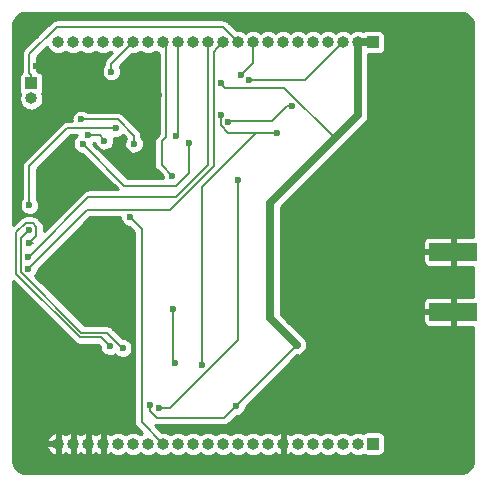
<source format=gbl>
G04 #@! TF.GenerationSoftware,KiCad,Pcbnew,(5.99.0-539-g3370e8996)*
G04 #@! TF.CreationDate,2019-12-19T02:59:25-05:00*
G04 #@! TF.ProjectId,sara_r410m_02b_module_board,73617261-5f72-4343-9130-6d5f3032625f,rev?*
G04 #@! TF.SameCoordinates,Original*
G04 #@! TF.FileFunction,Copper,L2,Bot*
G04 #@! TF.FilePolarity,Positive*
%FSLAX46Y46*%
G04 Gerber Fmt 4.6, Leading zero omitted, Abs format (unit mm)*
G04 Created by KiCad (PCBNEW (5.99.0-539-g3370e8996)) date 2019-12-19 02:59:25*
%MOMM*%
%LPD*%
G04 APERTURE LIST*
%ADD10O,1.000000X1.000000*%
%ADD11R,1.000000X1.000000*%
%ADD12R,4.064000X1.524000*%
%ADD13C,0.600000*%
%ADD14C,0.200000*%
%ADD15C,0.700000*%
%ADD16C,0.254000*%
G04 APERTURE END LIST*
D10*
X132050000Y-87770000D03*
D11*
X132050000Y-86500000D03*
D10*
X134330000Y-117000000D03*
X135600000Y-117000000D03*
X136870000Y-117000000D03*
X138140000Y-117000000D03*
X139410000Y-117000000D03*
X140680000Y-117000000D03*
X141950000Y-117000000D03*
X143220000Y-117000000D03*
X144490000Y-117000000D03*
X145760000Y-117000000D03*
X147030000Y-117000000D03*
X148300000Y-117000000D03*
X149570000Y-117000000D03*
X150840000Y-117000000D03*
X152110000Y-117000000D03*
X153380000Y-117000000D03*
X154650000Y-117000000D03*
X155920000Y-117000000D03*
X157190000Y-117000000D03*
X158460000Y-117000000D03*
X159730000Y-117000000D03*
D11*
X161000000Y-117000000D03*
D10*
X134330000Y-83000000D03*
X135600000Y-83000000D03*
X136870000Y-83000000D03*
X138140000Y-83000000D03*
X139410000Y-83000000D03*
X140680000Y-83000000D03*
X141950000Y-83000000D03*
X143220000Y-83000000D03*
X144490000Y-83000000D03*
X145760000Y-83000000D03*
X147030000Y-83000000D03*
X148300000Y-83000000D03*
X149570000Y-83000000D03*
X150840000Y-83000000D03*
X152110000Y-83000000D03*
X153380000Y-83000000D03*
X154650000Y-83000000D03*
X155920000Y-83000000D03*
X157190000Y-83000000D03*
X158460000Y-83000000D03*
X159730000Y-83000000D03*
D11*
X161000000Y-83000000D03*
D12*
X167800000Y-105840000D03*
X167800000Y-100760000D03*
D13*
X148699999Y-89731281D03*
X136300000Y-89550000D03*
X140750000Y-91600000D03*
X138250000Y-91350000D03*
X136850000Y-90874276D03*
X144000000Y-94300000D03*
X144350000Y-90950000D03*
X154150000Y-88400000D03*
X138850000Y-85500000D03*
X144100000Y-105600000D03*
X144200000Y-110200000D03*
X139800000Y-108900000D03*
X131900000Y-98900000D03*
X131900000Y-100000000D03*
X138700000Y-108741416D03*
X131900000Y-96800000D03*
X136400000Y-91600000D03*
X149600000Y-94700000D03*
X131800000Y-101200000D03*
X131800000Y-102200000D03*
X145400000Y-91500000D03*
X140400000Y-97800000D03*
X139200010Y-90274276D03*
X146500000Y-110300000D03*
X152900000Y-90700000D03*
X154550000Y-108650000D03*
X149824272Y-85775728D03*
X150501804Y-86201133D03*
X148100000Y-86500000D03*
X148099999Y-89200000D03*
X149399999Y-113800001D03*
X142100000Y-113700000D03*
X142835327Y-114015140D03*
X140700000Y-112000000D03*
X142100000Y-91500000D03*
X142900000Y-87500000D03*
X138700000Y-98900000D03*
X138800000Y-101000000D03*
X138800000Y-103000000D03*
X167500000Y-82500000D03*
X162500000Y-92500000D03*
X167500000Y-92500000D03*
X167500000Y-97500000D03*
X162500000Y-97500000D03*
X167500000Y-117500000D03*
X167500000Y-112500000D03*
X167500000Y-107500000D03*
X162500000Y-107500000D03*
X162500000Y-112500000D03*
X162500000Y-117500000D03*
X157500000Y-112500000D03*
X157500000Y-107500000D03*
X140000000Y-115000000D03*
X137500000Y-115000000D03*
X132500000Y-115000000D03*
X135000000Y-115000000D03*
X132500000Y-117500000D03*
X132500000Y-85000000D03*
X132500000Y-82500000D03*
X158900000Y-101800000D03*
X158900000Y-100600000D03*
X158900000Y-99400000D03*
X158600000Y-104900000D03*
X161000000Y-104900000D03*
X162900000Y-106200000D03*
X163100000Y-104900000D03*
X158600000Y-105800000D03*
X164300000Y-105900000D03*
X158600000Y-106700000D03*
X161000000Y-106200000D03*
X160900000Y-100600000D03*
X162900000Y-100600000D03*
X164900000Y-100600000D03*
X160900000Y-99400000D03*
X162900000Y-99400000D03*
X164900000Y-99400000D03*
X160900000Y-101800000D03*
X162900000Y-101800000D03*
X164900000Y-101800000D03*
D14*
X138450000Y-107600000D02*
X139750000Y-108900000D01*
X136311998Y-107600000D02*
X138450000Y-107600000D01*
X131199999Y-102488001D02*
X136311998Y-107600000D01*
X131900000Y-98900000D02*
X131199999Y-99600001D01*
X131199999Y-99600001D02*
X131199999Y-102488001D01*
X139750000Y-108900000D02*
X139800000Y-108900000D01*
X132188001Y-98299999D02*
X131611999Y-98299999D01*
X131900000Y-100000000D02*
X132500001Y-99399999D01*
X132500001Y-98611999D02*
X132188001Y-98299999D01*
X131611999Y-98299999D02*
X130799989Y-99112009D01*
X130799989Y-102653690D02*
X136146299Y-108000000D01*
X132500001Y-99399999D02*
X132500001Y-98611999D01*
X130799989Y-99112009D02*
X130799989Y-102653690D01*
X136146299Y-108000000D02*
X138000000Y-108000000D01*
X138000000Y-108000000D02*
X138700000Y-108700000D01*
X138700000Y-108700000D02*
X138700000Y-108741416D01*
X152475736Y-89650000D02*
X148781280Y-89650000D01*
X154150000Y-88400000D02*
X153725736Y-88400000D01*
X153725736Y-88400000D02*
X152475736Y-89650000D01*
X148781280Y-89650000D02*
X148699999Y-89731281D01*
X148099999Y-90049999D02*
X148750000Y-90700000D01*
X148750000Y-90700000D02*
X151100000Y-90700000D01*
X148099999Y-89200000D02*
X148099999Y-90049999D01*
X140750000Y-90936264D02*
X139363736Y-89550000D01*
X139363736Y-89550000D02*
X136724264Y-89550000D01*
X140750000Y-91600000D02*
X140750000Y-90936264D01*
X136724264Y-89550000D02*
X136300000Y-89550000D01*
X137874276Y-90874276D02*
X138250000Y-91250000D01*
X138250000Y-91250000D02*
X138250000Y-91350000D01*
X136850000Y-90874276D02*
X137874276Y-90874276D01*
X143100000Y-93400000D02*
X144000000Y-94300000D01*
X143100000Y-91400000D02*
X143100000Y-93400000D01*
X139950000Y-95150000D02*
X144350000Y-95150000D01*
X145400000Y-94100000D02*
X145400000Y-91500000D01*
X136400000Y-91600000D02*
X139950000Y-95150000D01*
X144350000Y-95150000D02*
X145400000Y-94100000D01*
X147030000Y-93370000D02*
X144300000Y-96100000D01*
X147030000Y-83000000D02*
X147030000Y-93370000D01*
X144300000Y-96100000D02*
X136900000Y-96100000D01*
X136900000Y-96100000D02*
X132099999Y-100900001D01*
X132099999Y-100900001D02*
X131800000Y-101200000D01*
X147499999Y-83800001D02*
X147800001Y-83499999D01*
X136800001Y-97199999D02*
X143800001Y-97199999D01*
X147499999Y-93500001D02*
X147499999Y-83800001D01*
X143800001Y-97199999D02*
X147499999Y-93500001D01*
X131800000Y-102200000D02*
X136800001Y-97199999D01*
X147800001Y-83499999D02*
X148300000Y-83000000D01*
X144490000Y-83000000D02*
X144490000Y-90810000D01*
X144490000Y-90810000D02*
X144350000Y-90950000D01*
X131899999Y-84000001D02*
X131899999Y-85649999D01*
X134200000Y-81700000D02*
X131899999Y-84000001D01*
X149570000Y-83000000D02*
X148270000Y-81700000D01*
X131899999Y-85649999D02*
X132050000Y-85800000D01*
X148270000Y-81700000D02*
X134200000Y-81700000D01*
X132050000Y-85800000D02*
X132050000Y-86500000D01*
X140680000Y-83000000D02*
X138850000Y-84830000D01*
X138850000Y-84830000D02*
X138850000Y-85500000D01*
X144100000Y-110100000D02*
X144200000Y-110200000D01*
X144100000Y-105600000D02*
X144100000Y-110100000D01*
X131900000Y-100000000D02*
X132200000Y-100000000D01*
X138775746Y-90274276D02*
X139200010Y-90274276D01*
X131900000Y-93500000D02*
X135125724Y-90274276D01*
X131900000Y-96800000D02*
X131900000Y-93500000D01*
X135125724Y-90274276D02*
X138775746Y-90274276D01*
X151100000Y-90700000D02*
X152900000Y-90700000D01*
X146500000Y-110300000D02*
X146500000Y-95300000D01*
X146500000Y-95300000D02*
X151100000Y-90700000D01*
D15*
X159730000Y-89170000D02*
X159730000Y-83000000D01*
X154550000Y-108650000D02*
X152300000Y-106400000D01*
X152300000Y-106400000D02*
X152300000Y-96600000D01*
X159730000Y-83000000D02*
X161000000Y-83000000D01*
X152300000Y-96600000D02*
X157750000Y-91150000D01*
X157750000Y-91150000D02*
X159730000Y-89170000D01*
D14*
X155258867Y-86201133D02*
X150926068Y-86201133D01*
X150840000Y-84760000D02*
X149824272Y-85775728D01*
X150926068Y-86201133D02*
X150501804Y-86201133D01*
X158460000Y-83000000D02*
X155258867Y-86201133D01*
X150840000Y-83000000D02*
X150840000Y-84760000D01*
X157750000Y-91150000D02*
X153499999Y-86899999D01*
X153499999Y-86899999D02*
X148499999Y-86899999D01*
X148499999Y-86899999D02*
X148399999Y-86799999D01*
X148399999Y-86799999D02*
X148100000Y-86500000D01*
X154550000Y-108650000D02*
X149399999Y-113800001D01*
X143259591Y-114015140D02*
X142835327Y-114015140D01*
X148399999Y-114800001D02*
X142675737Y-114800001D01*
X149399999Y-113800001D02*
X148399999Y-114800001D01*
X142100000Y-114124264D02*
X142100000Y-113700000D01*
X149600000Y-94700000D02*
X149600000Y-108224264D01*
X143809124Y-114015140D02*
X143259591Y-114015140D01*
X149600000Y-108224264D02*
X143809124Y-114015140D01*
X142675737Y-114800001D02*
X142100000Y-114224264D01*
X142100000Y-114224264D02*
X142100000Y-114124264D01*
X141400000Y-98800000D02*
X140400000Y-97800000D01*
X143220000Y-117000000D02*
X141400000Y-115180000D01*
X141400000Y-115180000D02*
X141400000Y-98800000D01*
X143220000Y-83000000D02*
X143500000Y-83280000D01*
X143500000Y-91000000D02*
X143100000Y-91400000D01*
X143500000Y-83280000D02*
X143500000Y-91000000D01*
X142100000Y-91500000D02*
X142900000Y-90700000D01*
X142900000Y-87924264D02*
X142900000Y-87500000D01*
X142900000Y-90700000D02*
X142900000Y-87924264D01*
G36*
X168446608Y-80528388D02*
G01*
X168657969Y-80545765D01*
X168811703Y-80584380D01*
X168957064Y-80647585D01*
X168991989Y-80670179D01*
X169329111Y-81007301D01*
X169382222Y-81103511D01*
X169435134Y-81252930D01*
X169464565Y-81418151D01*
X169470071Y-81534917D01*
X169474001Y-81553894D01*
X169474001Y-99464164D01*
X167928000Y-99464164D01*
X167927999Y-100632001D01*
X167928000Y-100632001D01*
X167927999Y-102055836D01*
X169474000Y-102055836D01*
X169474000Y-104544164D01*
X167928000Y-104544164D01*
X167927999Y-105712001D01*
X167928000Y-105712001D01*
X167927999Y-107135836D01*
X169474000Y-107135836D01*
X169474000Y-118436812D01*
X169471612Y-118446607D01*
X169454235Y-118657969D01*
X169415619Y-118811708D01*
X169352417Y-118957061D01*
X169329821Y-118991989D01*
X168992700Y-119329110D01*
X168896490Y-119382221D01*
X168747068Y-119435134D01*
X168581847Y-119464565D01*
X168465083Y-119470071D01*
X168446110Y-119474000D01*
X131563188Y-119474000D01*
X131553393Y-119471612D01*
X131342031Y-119454235D01*
X131188292Y-119415619D01*
X131042939Y-119352417D01*
X131008011Y-119329821D01*
X130670890Y-118992700D01*
X130617779Y-118896490D01*
X130564866Y-118747068D01*
X130535435Y-118581847D01*
X130529929Y-118465083D01*
X130526000Y-118446110D01*
X130526000Y-117127999D01*
X133308284Y-117127999D01*
X133348842Y-117318798D01*
X133436564Y-117515825D01*
X133563334Y-117690309D01*
X133723611Y-117834624D01*
X133910390Y-117942460D01*
X134202000Y-118037211D01*
X134202001Y-117128000D01*
X133308284Y-117127999D01*
X130526000Y-117127999D01*
X130526000Y-116872000D01*
X133308283Y-116872000D01*
X134202000Y-116872001D01*
X134457999Y-116872001D01*
X134458000Y-116872001D01*
X134457999Y-118037210D01*
X134749610Y-117942460D01*
X134936389Y-117834624D01*
X134965000Y-117808862D01*
X134993611Y-117834624D01*
X135180390Y-117942460D01*
X135472000Y-118037211D01*
X135472001Y-117127999D01*
X135472000Y-117127999D01*
X135472000Y-116872001D01*
X135727999Y-116872001D01*
X135728000Y-116872001D01*
X135727999Y-118037210D01*
X136019610Y-117942460D01*
X136206389Y-117834624D01*
X136235000Y-117808862D01*
X136263611Y-117834624D01*
X136450390Y-117942460D01*
X136742000Y-118037211D01*
X136742001Y-117127999D01*
X136742000Y-117127999D01*
X136742000Y-116872001D01*
X136997999Y-116872001D01*
X136998000Y-116872001D01*
X136997999Y-118037210D01*
X137289610Y-117942460D01*
X137476389Y-117834624D01*
X137505000Y-117808862D01*
X137533611Y-117834624D01*
X137720390Y-117942460D01*
X138012000Y-118037211D01*
X138012001Y-117127999D01*
X138012000Y-117127999D01*
X138012001Y-115962790D01*
X137720390Y-116057540D01*
X137533611Y-116165376D01*
X137505000Y-116191138D01*
X137476389Y-116165376D01*
X137289610Y-116057540D01*
X136998000Y-115962789D01*
X136997999Y-116872001D01*
X136742000Y-116872001D01*
X136742001Y-115962790D01*
X136450390Y-116057540D01*
X136263611Y-116165376D01*
X136235000Y-116191138D01*
X136206389Y-116165376D01*
X136019610Y-116057540D01*
X135728000Y-115962789D01*
X135727999Y-116872001D01*
X135472000Y-116872001D01*
X135472001Y-115962790D01*
X135180390Y-116057540D01*
X134993611Y-116165376D01*
X134965000Y-116191138D01*
X134936389Y-116165376D01*
X134749610Y-116057540D01*
X134458000Y-115962789D01*
X134457999Y-116872001D01*
X134202000Y-116872001D01*
X134202001Y-115962790D01*
X133910390Y-116057540D01*
X133723611Y-116165376D01*
X133563334Y-116309691D01*
X133436564Y-116484175D01*
X133348842Y-116681201D01*
X133308283Y-116872000D01*
X130526000Y-116872000D01*
X130526000Y-103264997D01*
X135684320Y-108423318D01*
X135737706Y-108486942D01*
X135809630Y-108528466D01*
X135877659Y-108576101D01*
X135904671Y-108583338D01*
X135928891Y-108597322D01*
X136010682Y-108611744D01*
X136090897Y-108633238D01*
X136173632Y-108626000D01*
X137740704Y-108626000D01*
X137867326Y-108752622D01*
X137899492Y-108980058D01*
X138005051Y-109204890D01*
X138172052Y-109388744D01*
X138385732Y-109515366D01*
X138627197Y-109573559D01*
X138875099Y-109558180D01*
X139107520Y-109470587D01*
X139163191Y-109427482D01*
X139272052Y-109547328D01*
X139485732Y-109673950D01*
X139727197Y-109732143D01*
X139975099Y-109716764D01*
X140207520Y-109629171D01*
X140403911Y-109477109D01*
X140546907Y-109274022D01*
X140624022Y-109037386D01*
X140626295Y-108777016D01*
X140553321Y-108539069D01*
X140413890Y-108333519D01*
X140220184Y-108178053D01*
X139989327Y-108086417D01*
X139807220Y-108071924D01*
X138911984Y-107176688D01*
X138858593Y-107113058D01*
X138786660Y-107071528D01*
X138718640Y-107023900D01*
X138691628Y-107016662D01*
X138667407Y-107002678D01*
X138585620Y-106988256D01*
X138505401Y-106966762D01*
X138422667Y-106974000D01*
X136571295Y-106974000D01*
X132387281Y-102789986D01*
X132403911Y-102777110D01*
X132546907Y-102574022D01*
X132624023Y-102337386D01*
X132624693Y-102260603D01*
X137059298Y-97825999D01*
X139569418Y-97825999D01*
X139599492Y-98038642D01*
X139705051Y-98263474D01*
X139872052Y-98447328D01*
X140085732Y-98573950D01*
X140327196Y-98632143D01*
X140345699Y-98630995D01*
X140774001Y-99059297D01*
X140774000Y-115152682D01*
X140766762Y-115235401D01*
X140788256Y-115315616D01*
X140802678Y-115397407D01*
X140816662Y-115421627D01*
X140823899Y-115448639D01*
X140871529Y-115516662D01*
X140913058Y-115588593D01*
X140976690Y-115641986D01*
X141442809Y-116108105D01*
X141343611Y-116165376D01*
X141315000Y-116191138D01*
X141286389Y-116165376D01*
X141099610Y-116057540D01*
X140894492Y-115990893D01*
X140680000Y-115968349D01*
X140465508Y-115990893D01*
X140260390Y-116057540D01*
X140073611Y-116165376D01*
X140045000Y-116191138D01*
X140016389Y-116165376D01*
X139829610Y-116057540D01*
X139624492Y-115990893D01*
X139410000Y-115968349D01*
X139195508Y-115990893D01*
X138990390Y-116057540D01*
X138803611Y-116165376D01*
X138775000Y-116191138D01*
X138746389Y-116165376D01*
X138559610Y-116057540D01*
X138268000Y-115962789D01*
X138267999Y-116872001D01*
X138268000Y-116872001D01*
X138267999Y-118037210D01*
X138559610Y-117942460D01*
X138746389Y-117834624D01*
X138775000Y-117808862D01*
X138803611Y-117834624D01*
X138990390Y-117942460D01*
X139195508Y-118009107D01*
X139410000Y-118031651D01*
X139624492Y-118009107D01*
X139829610Y-117942460D01*
X140016389Y-117834624D01*
X140045000Y-117808862D01*
X140073611Y-117834624D01*
X140260390Y-117942460D01*
X140465508Y-118009107D01*
X140680000Y-118031651D01*
X140894492Y-118009107D01*
X141099610Y-117942460D01*
X141286389Y-117834624D01*
X141315000Y-117808862D01*
X141343611Y-117834624D01*
X141530390Y-117942460D01*
X141735508Y-118009107D01*
X141950000Y-118031651D01*
X142164492Y-118009107D01*
X142369610Y-117942460D01*
X142556389Y-117834624D01*
X142585000Y-117808862D01*
X142613611Y-117834624D01*
X142800390Y-117942460D01*
X143005508Y-118009107D01*
X143220000Y-118031651D01*
X143434492Y-118009107D01*
X143639610Y-117942460D01*
X143826389Y-117834624D01*
X143855000Y-117808862D01*
X143883611Y-117834624D01*
X144070390Y-117942460D01*
X144275508Y-118009107D01*
X144490000Y-118031651D01*
X144704492Y-118009107D01*
X144909610Y-117942460D01*
X145096389Y-117834624D01*
X145125000Y-117808862D01*
X145153611Y-117834624D01*
X145340390Y-117942460D01*
X145545508Y-118009107D01*
X145760000Y-118031651D01*
X145974492Y-118009107D01*
X146179610Y-117942460D01*
X146366389Y-117834624D01*
X146395000Y-117808862D01*
X146423611Y-117834624D01*
X146610390Y-117942460D01*
X146815508Y-118009107D01*
X147030000Y-118031651D01*
X147244492Y-118009107D01*
X147449610Y-117942460D01*
X147636389Y-117834624D01*
X147665000Y-117808862D01*
X147693611Y-117834624D01*
X147880390Y-117942460D01*
X148085508Y-118009107D01*
X148300000Y-118031651D01*
X148514492Y-118009107D01*
X148719610Y-117942460D01*
X148906389Y-117834624D01*
X148935000Y-117808862D01*
X148963611Y-117834624D01*
X149150390Y-117942460D01*
X149355508Y-118009107D01*
X149570000Y-118031651D01*
X149784492Y-118009107D01*
X149989610Y-117942460D01*
X150176389Y-117834624D01*
X150205000Y-117808862D01*
X150233611Y-117834624D01*
X150420390Y-117942460D01*
X150625508Y-118009107D01*
X150840000Y-118031651D01*
X151054492Y-118009107D01*
X151259610Y-117942460D01*
X151446389Y-117834624D01*
X151475000Y-117808862D01*
X151503611Y-117834624D01*
X151690390Y-117942460D01*
X151895508Y-118009107D01*
X152110000Y-118031651D01*
X152324492Y-118009107D01*
X152529610Y-117942460D01*
X152716389Y-117834624D01*
X152745000Y-117808862D01*
X152773611Y-117834624D01*
X152960390Y-117942460D01*
X153252000Y-118037211D01*
X153252001Y-117127999D01*
X153252000Y-117127999D01*
X153252000Y-116872001D01*
X153507999Y-116872001D01*
X153508000Y-116872001D01*
X153507999Y-118037210D01*
X153799610Y-117942460D01*
X153986389Y-117834624D01*
X154015000Y-117808862D01*
X154043611Y-117834624D01*
X154230390Y-117942460D01*
X154435508Y-118009107D01*
X154650000Y-118031651D01*
X154864492Y-118009107D01*
X155069610Y-117942460D01*
X155256389Y-117834624D01*
X155285000Y-117808862D01*
X155313611Y-117834624D01*
X155500390Y-117942460D01*
X155705508Y-118009107D01*
X155920000Y-118031651D01*
X156134492Y-118009107D01*
X156339610Y-117942460D01*
X156526389Y-117834624D01*
X156555000Y-117808862D01*
X156583611Y-117834624D01*
X156770390Y-117942460D01*
X156975508Y-118009107D01*
X157190000Y-118031651D01*
X157404492Y-118009107D01*
X157609610Y-117942460D01*
X157796389Y-117834624D01*
X157825000Y-117808862D01*
X157853611Y-117834624D01*
X158040390Y-117942460D01*
X158245508Y-118009107D01*
X158460000Y-118031651D01*
X158674492Y-118009107D01*
X158879610Y-117942460D01*
X159066389Y-117834624D01*
X159095000Y-117808862D01*
X159123611Y-117834624D01*
X159310390Y-117942460D01*
X159515508Y-118009107D01*
X159730000Y-118031651D01*
X159944492Y-118009107D01*
X160149610Y-117942460D01*
X160184911Y-117922079D01*
X160294765Y-117995480D01*
X160487590Y-118033836D01*
X161512410Y-118033836D01*
X161705235Y-117995480D01*
X161879225Y-117879225D01*
X161995480Y-117705235D01*
X162033836Y-117512410D01*
X162033836Y-116487590D01*
X161995480Y-116294765D01*
X161879225Y-116120775D01*
X161705235Y-116004520D01*
X161512410Y-115966164D01*
X160487590Y-115966164D01*
X160294765Y-116004520D01*
X160184911Y-116077921D01*
X160149610Y-116057540D01*
X159944492Y-115990893D01*
X159730000Y-115968349D01*
X159515508Y-115990893D01*
X159310390Y-116057540D01*
X159123611Y-116165376D01*
X159095000Y-116191138D01*
X159066389Y-116165376D01*
X158879610Y-116057540D01*
X158674492Y-115990893D01*
X158460000Y-115968349D01*
X158245508Y-115990893D01*
X158040390Y-116057540D01*
X157853611Y-116165376D01*
X157825000Y-116191138D01*
X157796389Y-116165376D01*
X157609610Y-116057540D01*
X157404492Y-115990893D01*
X157190000Y-115968349D01*
X156975508Y-115990893D01*
X156770390Y-116057540D01*
X156583611Y-116165376D01*
X156555000Y-116191138D01*
X156526389Y-116165376D01*
X156339610Y-116057540D01*
X156134492Y-115990893D01*
X155920000Y-115968349D01*
X155705508Y-115990893D01*
X155500390Y-116057540D01*
X155313611Y-116165376D01*
X155285000Y-116191138D01*
X155256389Y-116165376D01*
X155069610Y-116057540D01*
X154864492Y-115990893D01*
X154650000Y-115968349D01*
X154435508Y-115990893D01*
X154230390Y-116057540D01*
X154043611Y-116165376D01*
X154015000Y-116191138D01*
X153986389Y-116165376D01*
X153799610Y-116057540D01*
X153508000Y-115962789D01*
X153507999Y-116872001D01*
X153252000Y-116872001D01*
X153252001Y-115962790D01*
X152960390Y-116057540D01*
X152773611Y-116165376D01*
X152745000Y-116191138D01*
X152716389Y-116165376D01*
X152529610Y-116057540D01*
X152324492Y-115990893D01*
X152110000Y-115968349D01*
X151895508Y-115990893D01*
X151690390Y-116057540D01*
X151503611Y-116165376D01*
X151475000Y-116191138D01*
X151446389Y-116165376D01*
X151259610Y-116057540D01*
X151054492Y-115990893D01*
X150840000Y-115968349D01*
X150625508Y-115990893D01*
X150420390Y-116057540D01*
X150233611Y-116165376D01*
X150205000Y-116191138D01*
X150176389Y-116165376D01*
X149989610Y-116057540D01*
X149784492Y-115990893D01*
X149570000Y-115968349D01*
X149355508Y-115990893D01*
X149150390Y-116057540D01*
X148963611Y-116165376D01*
X148935000Y-116191138D01*
X148906389Y-116165376D01*
X148719610Y-116057540D01*
X148514492Y-115990893D01*
X148300000Y-115968349D01*
X148085508Y-115990893D01*
X147880390Y-116057540D01*
X147693611Y-116165376D01*
X147665000Y-116191138D01*
X147636389Y-116165376D01*
X147449610Y-116057540D01*
X147244492Y-115990893D01*
X147030000Y-115968349D01*
X146815508Y-115990893D01*
X146610390Y-116057540D01*
X146423611Y-116165376D01*
X146395000Y-116191138D01*
X146366389Y-116165376D01*
X146179610Y-116057540D01*
X145974492Y-115990893D01*
X145760000Y-115968349D01*
X145545508Y-115990893D01*
X145340390Y-116057540D01*
X145153611Y-116165376D01*
X145125000Y-116191138D01*
X145096389Y-116165376D01*
X144909610Y-116057540D01*
X144704492Y-115990893D01*
X144490000Y-115968349D01*
X144275508Y-115990893D01*
X144070390Y-116057540D01*
X143883611Y-116165376D01*
X143855000Y-116191138D01*
X143826389Y-116165376D01*
X143639610Y-116057540D01*
X143434492Y-115990893D01*
X143220000Y-115968349D01*
X143087564Y-115982268D01*
X142512100Y-115406804D01*
X142540120Y-115411745D01*
X142620335Y-115433239D01*
X142703070Y-115426001D01*
X148372681Y-115426001D01*
X148455400Y-115433239D01*
X148535619Y-115411745D01*
X148617406Y-115397323D01*
X148641627Y-115383339D01*
X148668639Y-115376101D01*
X148736659Y-115328472D01*
X148808591Y-115286943D01*
X148861984Y-115223312D01*
X149461483Y-114623813D01*
X149575098Y-114616765D01*
X149807519Y-114529172D01*
X150003910Y-114377110D01*
X150146906Y-114174023D01*
X150224022Y-113937387D01*
X150224692Y-113860604D01*
X154556350Y-109528947D01*
X154610193Y-109532948D01*
X154855587Y-109480564D01*
X155076416Y-109361411D01*
X155254927Y-109185069D01*
X155376769Y-108965712D01*
X155432147Y-108720976D01*
X155416609Y-108470534D01*
X155331273Y-108234150D01*
X155212535Y-108073685D01*
X153753260Y-106614410D01*
X165234164Y-106614410D01*
X165272520Y-106807235D01*
X165388775Y-106981225D01*
X165562765Y-107097480D01*
X165755590Y-107135836D01*
X167672000Y-107135836D01*
X167672001Y-105968000D01*
X165234164Y-105967999D01*
X165234164Y-106614410D01*
X153753260Y-106614410D01*
X153176000Y-106037151D01*
X153176000Y-105065590D01*
X165234164Y-105065590D01*
X165234164Y-105712000D01*
X167672000Y-105712001D01*
X167672001Y-104544164D01*
X165755590Y-104544164D01*
X165562765Y-104582520D01*
X165388775Y-104698775D01*
X165272520Y-104872765D01*
X165234164Y-105065590D01*
X153176000Y-105065590D01*
X153176000Y-101534410D01*
X165234164Y-101534410D01*
X165272520Y-101727235D01*
X165388775Y-101901225D01*
X165562765Y-102017480D01*
X165755590Y-102055836D01*
X167672000Y-102055836D01*
X167672001Y-100888000D01*
X165234164Y-100887999D01*
X165234164Y-101534410D01*
X153176000Y-101534410D01*
X153176000Y-99985590D01*
X165234164Y-99985590D01*
X165234164Y-100632000D01*
X167672000Y-100632001D01*
X167672001Y-99464164D01*
X165755590Y-99464164D01*
X165562765Y-99502520D01*
X165388775Y-99618775D01*
X165272520Y-99792765D01*
X165234164Y-99985590D01*
X153176000Y-99985590D01*
X153176000Y-96962849D01*
X158413835Y-91725016D01*
X158413841Y-91725008D01*
X160280028Y-89858822D01*
X160303583Y-89843960D01*
X160369299Y-89769551D01*
X160393852Y-89744999D01*
X160409932Y-89723542D01*
X160469687Y-89655884D01*
X160484860Y-89623567D01*
X160506272Y-89594997D01*
X160537955Y-89510479D01*
X160576495Y-89428393D01*
X160581643Y-89393942D01*
X160594352Y-89360041D01*
X160601910Y-89258331D01*
X160606000Y-89230965D01*
X160606000Y-89203308D01*
X160612948Y-89109807D01*
X160606000Y-89077258D01*
X160606000Y-84033836D01*
X161512410Y-84033836D01*
X161705235Y-83995480D01*
X161879225Y-83879225D01*
X161995480Y-83705235D01*
X162033836Y-83512410D01*
X162033836Y-82487590D01*
X161995480Y-82294765D01*
X161879225Y-82120775D01*
X161705235Y-82004520D01*
X161512410Y-81966164D01*
X160487590Y-81966164D01*
X160294765Y-82004520D01*
X160184911Y-82077921D01*
X160149610Y-82057540D01*
X159944492Y-81990893D01*
X159730000Y-81968349D01*
X159515508Y-81990893D01*
X159310390Y-82057540D01*
X159123611Y-82165376D01*
X159095000Y-82191138D01*
X159066389Y-82165376D01*
X158879610Y-82057540D01*
X158674492Y-81990893D01*
X158460000Y-81968349D01*
X158245508Y-81990893D01*
X158040390Y-82057540D01*
X157853611Y-82165376D01*
X157825000Y-82191138D01*
X157796389Y-82165376D01*
X157609610Y-82057540D01*
X157404492Y-81990893D01*
X157190000Y-81968349D01*
X156975508Y-81990893D01*
X156770390Y-82057540D01*
X156583611Y-82165376D01*
X156555000Y-82191138D01*
X156526389Y-82165376D01*
X156339610Y-82057540D01*
X156134492Y-81990893D01*
X155920000Y-81968349D01*
X155705508Y-81990893D01*
X155500390Y-82057540D01*
X155313611Y-82165376D01*
X155285000Y-82191138D01*
X155256389Y-82165376D01*
X155069610Y-82057540D01*
X154864492Y-81990893D01*
X154650000Y-81968349D01*
X154435508Y-81990893D01*
X154230390Y-82057540D01*
X154043611Y-82165376D01*
X154015000Y-82191138D01*
X153986389Y-82165376D01*
X153799610Y-82057540D01*
X153594492Y-81990893D01*
X153380000Y-81968349D01*
X153165508Y-81990893D01*
X152960390Y-82057540D01*
X152773611Y-82165376D01*
X152745000Y-82191138D01*
X152716389Y-82165376D01*
X152529610Y-82057540D01*
X152324492Y-81990893D01*
X152110000Y-81968349D01*
X151895508Y-81990893D01*
X151690390Y-82057540D01*
X151503611Y-82165376D01*
X151475000Y-82191138D01*
X151446389Y-82165376D01*
X151259610Y-82057540D01*
X151054492Y-81990893D01*
X150840000Y-81968349D01*
X150625508Y-81990893D01*
X150420390Y-82057540D01*
X150233611Y-82165376D01*
X150205000Y-82191138D01*
X150176389Y-82165376D01*
X149989610Y-82057540D01*
X149784492Y-81990893D01*
X149570000Y-81968349D01*
X149437564Y-81982268D01*
X148731984Y-81276688D01*
X148678593Y-81213058D01*
X148606660Y-81171528D01*
X148538640Y-81123900D01*
X148511628Y-81116662D01*
X148487407Y-81102678D01*
X148405620Y-81088256D01*
X148325401Y-81066762D01*
X148242667Y-81074000D01*
X134227318Y-81074000D01*
X134144600Y-81066762D01*
X134064380Y-81088256D01*
X133982592Y-81102678D01*
X133958372Y-81116662D01*
X133931360Y-81123899D01*
X133863333Y-81171532D01*
X133791407Y-81213059D01*
X133738015Y-81276689D01*
X131476687Y-83538017D01*
X131413057Y-83591408D01*
X131371528Y-83663339D01*
X131323898Y-83731362D01*
X131316661Y-83758374D01*
X131302677Y-83782594D01*
X131288255Y-83864385D01*
X131266761Y-83944600D01*
X131273999Y-84027335D01*
X131274000Y-85551803D01*
X131170775Y-85620775D01*
X131054520Y-85794765D01*
X131016164Y-85987590D01*
X131016164Y-87012410D01*
X131054520Y-87205235D01*
X131128835Y-87316456D01*
X131068842Y-87451202D01*
X131024000Y-87662163D01*
X131024000Y-87877837D01*
X131068842Y-88088798D01*
X131156564Y-88285825D01*
X131283334Y-88460309D01*
X131443611Y-88604624D01*
X131630390Y-88712460D01*
X131835508Y-88779107D01*
X132050000Y-88801651D01*
X132264492Y-88779107D01*
X132469610Y-88712460D01*
X132656389Y-88604624D01*
X132816666Y-88460309D01*
X132943436Y-88285825D01*
X133031158Y-88088798D01*
X133076000Y-87877837D01*
X133076000Y-87662163D01*
X133031158Y-87451202D01*
X132971165Y-87316456D01*
X133045480Y-87205235D01*
X133083836Y-87012410D01*
X133083836Y-85987590D01*
X133045480Y-85794765D01*
X132929225Y-85620775D01*
X132755235Y-85504520D01*
X132583368Y-85470333D01*
X132578473Y-85463343D01*
X132536941Y-85391407D01*
X132525999Y-85382226D01*
X132525999Y-84259297D01*
X133385088Y-83400208D01*
X133436564Y-83515825D01*
X133563334Y-83690309D01*
X133723611Y-83834624D01*
X133910390Y-83942460D01*
X134115508Y-84009107D01*
X134330000Y-84031651D01*
X134544492Y-84009107D01*
X134749610Y-83942460D01*
X134936389Y-83834624D01*
X134965000Y-83808862D01*
X134993611Y-83834624D01*
X135180390Y-83942460D01*
X135385508Y-84009107D01*
X135600000Y-84031651D01*
X135814492Y-84009107D01*
X136019610Y-83942460D01*
X136206389Y-83834624D01*
X136235000Y-83808862D01*
X136263611Y-83834624D01*
X136450390Y-83942460D01*
X136655508Y-84009107D01*
X136870000Y-84031651D01*
X137084492Y-84009107D01*
X137289610Y-83942460D01*
X137476389Y-83834624D01*
X137505000Y-83808862D01*
X137533611Y-83834624D01*
X137720390Y-83942460D01*
X137925508Y-84009107D01*
X138140000Y-84031651D01*
X138354492Y-84009107D01*
X138559610Y-83942460D01*
X138746389Y-83834624D01*
X138775000Y-83808862D01*
X138803611Y-83834624D01*
X138902809Y-83891895D01*
X138426688Y-84368016D01*
X138363058Y-84421407D01*
X138321529Y-84493338D01*
X138273899Y-84561361D01*
X138266662Y-84588373D01*
X138252678Y-84612593D01*
X138238256Y-84694384D01*
X138216762Y-84774599D01*
X138224000Y-84857334D01*
X138224000Y-84959883D01*
X138163244Y-85024469D01*
X138053779Y-85247424D01*
X138014710Y-85492710D01*
X138049492Y-85738642D01*
X138155051Y-85963474D01*
X138322052Y-86147328D01*
X138535732Y-86273950D01*
X138777197Y-86332143D01*
X139025099Y-86316764D01*
X139257520Y-86229171D01*
X139453911Y-86077109D01*
X139596907Y-85874022D01*
X139674022Y-85637386D01*
X139676295Y-85377016D01*
X139603321Y-85139069D01*
X139531745Y-85033551D01*
X140547564Y-84017732D01*
X140680000Y-84031651D01*
X140894492Y-84009107D01*
X141099610Y-83942460D01*
X141286389Y-83834624D01*
X141315000Y-83808862D01*
X141343611Y-83834624D01*
X141530390Y-83942460D01*
X141735508Y-84009107D01*
X141950000Y-84031651D01*
X142164492Y-84009107D01*
X142369610Y-83942460D01*
X142556389Y-83834624D01*
X142585000Y-83808862D01*
X142613611Y-83834624D01*
X142800390Y-83942460D01*
X142874000Y-83966378D01*
X142874001Y-90740702D01*
X142676685Y-90938018D01*
X142613058Y-90991408D01*
X142571530Y-91063338D01*
X142523899Y-91131361D01*
X142516662Y-91158373D01*
X142502678Y-91182593D01*
X142488256Y-91264384D01*
X142466762Y-91344599D01*
X142474000Y-91427334D01*
X142474001Y-93372670D01*
X142466762Y-93455401D01*
X142488259Y-93535631D01*
X142502679Y-93617407D01*
X142516661Y-93641625D01*
X142523900Y-93668640D01*
X142571533Y-93736666D01*
X142613059Y-93808592D01*
X142676682Y-93861979D01*
X143174148Y-94359445D01*
X143197421Y-94524000D01*
X140209297Y-94524000D01*
X137275118Y-91589822D01*
X137390768Y-91500276D01*
X137436995Y-91500276D01*
X137449492Y-91588642D01*
X137555051Y-91813474D01*
X137722052Y-91997328D01*
X137935732Y-92123950D01*
X138177197Y-92182143D01*
X138425099Y-92166764D01*
X138657520Y-92079171D01*
X138853911Y-91927109D01*
X138996907Y-91724022D01*
X139074022Y-91487386D01*
X139076295Y-91227016D01*
X139032295Y-91083545D01*
X139127207Y-91106419D01*
X139375109Y-91091040D01*
X139607530Y-91003447D01*
X139790340Y-90861901D01*
X140059841Y-91131402D01*
X139953779Y-91347424D01*
X139914710Y-91592710D01*
X139949492Y-91838642D01*
X140055051Y-92063474D01*
X140222052Y-92247328D01*
X140435732Y-92373950D01*
X140677197Y-92432143D01*
X140925099Y-92416764D01*
X141157520Y-92329171D01*
X141353911Y-92177109D01*
X141496907Y-91974022D01*
X141574022Y-91737386D01*
X141576295Y-91477016D01*
X141503321Y-91239069D01*
X141376000Y-91051372D01*
X141376000Y-90963581D01*
X141383238Y-90880862D01*
X141361745Y-90800653D01*
X141347322Y-90718858D01*
X141333337Y-90694633D01*
X141326099Y-90667623D01*
X141278474Y-90599607D01*
X141236942Y-90527672D01*
X141173317Y-90474284D01*
X139825720Y-89126688D01*
X139772329Y-89063058D01*
X139700396Y-89021528D01*
X139632376Y-88973900D01*
X139605364Y-88966662D01*
X139581143Y-88952678D01*
X139499356Y-88938256D01*
X139419137Y-88916762D01*
X139336403Y-88924000D01*
X136839731Y-88924000D01*
X136720184Y-88828053D01*
X136489327Y-88736417D01*
X136241731Y-88716712D01*
X135999287Y-88770684D01*
X135783430Y-88893556D01*
X135613245Y-89074469D01*
X135503779Y-89297424D01*
X135464710Y-89542710D01*
X135479640Y-89648276D01*
X135153042Y-89648276D01*
X135070324Y-89641038D01*
X134990104Y-89662532D01*
X134908316Y-89676954D01*
X134884096Y-89690938D01*
X134857084Y-89698175D01*
X134789057Y-89745808D01*
X134717131Y-89787335D01*
X134663739Y-89850965D01*
X131476682Y-93038022D01*
X131413060Y-93091407D01*
X131371533Y-93163334D01*
X131323900Y-93231360D01*
X131316661Y-93258375D01*
X131302679Y-93282593D01*
X131288259Y-93364369D01*
X131266762Y-93444599D01*
X131274001Y-93527345D01*
X131274000Y-96259883D01*
X131213244Y-96324469D01*
X131103779Y-96547424D01*
X131064710Y-96792710D01*
X131099492Y-97038642D01*
X131205051Y-97263474D01*
X131372052Y-97447328D01*
X131585732Y-97573950D01*
X131827197Y-97632143D01*
X132075099Y-97616764D01*
X132307520Y-97529171D01*
X132503911Y-97377109D01*
X132646907Y-97174022D01*
X132724022Y-96937386D01*
X132726295Y-96677016D01*
X132653321Y-96439069D01*
X132526000Y-96251372D01*
X132526000Y-93759296D01*
X135385020Y-90900276D01*
X135959462Y-90900276D01*
X135883430Y-90943556D01*
X135713245Y-91124469D01*
X135603779Y-91347424D01*
X135564710Y-91592710D01*
X135599492Y-91838642D01*
X135705051Y-92063474D01*
X135872052Y-92247328D01*
X136085732Y-92373950D01*
X136327196Y-92432143D01*
X136345699Y-92430995D01*
X139388703Y-95474000D01*
X136927318Y-95474000D01*
X136844600Y-95466762D01*
X136764380Y-95488256D01*
X136682592Y-95502678D01*
X136658372Y-95516662D01*
X136631360Y-95523899D01*
X136563333Y-95571532D01*
X136491407Y-95613059D01*
X136438015Y-95676689D01*
X133126001Y-98988703D01*
X133126001Y-98639317D01*
X133133239Y-98556599D01*
X133111745Y-98476379D01*
X133097323Y-98394591D01*
X133083340Y-98370371D01*
X133076102Y-98343358D01*
X133028473Y-98275340D01*
X132986943Y-98203407D01*
X132923308Y-98150010D01*
X132649986Y-97876688D01*
X132596594Y-97813057D01*
X132524661Y-97771527D01*
X132456641Y-97723899D01*
X132429629Y-97716661D01*
X132405408Y-97702677D01*
X132323621Y-97688255D01*
X132243402Y-97666761D01*
X132160668Y-97673999D01*
X131639317Y-97673999D01*
X131556599Y-97666761D01*
X131476379Y-97688255D01*
X131394591Y-97702677D01*
X131370371Y-97716661D01*
X131343359Y-97723898D01*
X131275332Y-97771531D01*
X131203406Y-97813058D01*
X131150014Y-97876688D01*
X130526000Y-98500702D01*
X130526000Y-81563187D01*
X130528388Y-81553392D01*
X130545765Y-81342031D01*
X130584380Y-81188297D01*
X130647585Y-81042936D01*
X130670179Y-81008011D01*
X131007301Y-80670889D01*
X131103511Y-80617778D01*
X131252930Y-80564866D01*
X131418151Y-80535435D01*
X131534917Y-80529929D01*
X131553890Y-80526000D01*
X168436813Y-80526000D01*
X168446608Y-80528388D01*
G37*
D16*
X168446608Y-80528388D02*
X168657969Y-80545765D01*
X168811703Y-80584380D01*
X168957064Y-80647585D01*
X168991989Y-80670179D01*
X169329111Y-81007301D01*
X169382222Y-81103511D01*
X169435134Y-81252930D01*
X169464565Y-81418151D01*
X169470071Y-81534917D01*
X169474001Y-81553894D01*
X169474001Y-99464164D01*
X167928000Y-99464164D01*
X167927999Y-100632001D01*
X167928000Y-100632001D01*
X167927999Y-102055836D01*
X169474000Y-102055836D01*
X169474000Y-104544164D01*
X167928000Y-104544164D01*
X167927999Y-105712001D01*
X167928000Y-105712001D01*
X167927999Y-107135836D01*
X169474000Y-107135836D01*
X169474000Y-118436812D01*
X169471612Y-118446607D01*
X169454235Y-118657969D01*
X169415619Y-118811708D01*
X169352417Y-118957061D01*
X169329821Y-118991989D01*
X168992700Y-119329110D01*
X168896490Y-119382221D01*
X168747068Y-119435134D01*
X168581847Y-119464565D01*
X168465083Y-119470071D01*
X168446110Y-119474000D01*
X131563188Y-119474000D01*
X131553393Y-119471612D01*
X131342031Y-119454235D01*
X131188292Y-119415619D01*
X131042939Y-119352417D01*
X131008011Y-119329821D01*
X130670890Y-118992700D01*
X130617779Y-118896490D01*
X130564866Y-118747068D01*
X130535435Y-118581847D01*
X130529929Y-118465083D01*
X130526000Y-118446110D01*
X130526000Y-117127999D01*
X133308284Y-117127999D01*
X133348842Y-117318798D01*
X133436564Y-117515825D01*
X133563334Y-117690309D01*
X133723611Y-117834624D01*
X133910390Y-117942460D01*
X134202000Y-118037211D01*
X134202001Y-117128000D01*
X133308284Y-117127999D01*
X130526000Y-117127999D01*
X130526000Y-116872000D01*
X133308283Y-116872000D01*
X134202000Y-116872001D01*
X134457999Y-116872001D01*
X134458000Y-116872001D01*
X134457999Y-118037210D01*
X134749610Y-117942460D01*
X134936389Y-117834624D01*
X134965000Y-117808862D01*
X134993611Y-117834624D01*
X135180390Y-117942460D01*
X135472000Y-118037211D01*
X135472001Y-117127999D01*
X135472000Y-117127999D01*
X135472000Y-116872001D01*
X135727999Y-116872001D01*
X135728000Y-116872001D01*
X135727999Y-118037210D01*
X136019610Y-117942460D01*
X136206389Y-117834624D01*
X136235000Y-117808862D01*
X136263611Y-117834624D01*
X136450390Y-117942460D01*
X136742000Y-118037211D01*
X136742001Y-117127999D01*
X136742000Y-117127999D01*
X136742000Y-116872001D01*
X136997999Y-116872001D01*
X136998000Y-116872001D01*
X136997999Y-118037210D01*
X137289610Y-117942460D01*
X137476389Y-117834624D01*
X137505000Y-117808862D01*
X137533611Y-117834624D01*
X137720390Y-117942460D01*
X138012000Y-118037211D01*
X138012001Y-117127999D01*
X138012000Y-117127999D01*
X138012001Y-115962790D01*
X137720390Y-116057540D01*
X137533611Y-116165376D01*
X137505000Y-116191138D01*
X137476389Y-116165376D01*
X137289610Y-116057540D01*
X136998000Y-115962789D01*
X136997999Y-116872001D01*
X136742000Y-116872001D01*
X136742001Y-115962790D01*
X136450390Y-116057540D01*
X136263611Y-116165376D01*
X136235000Y-116191138D01*
X136206389Y-116165376D01*
X136019610Y-116057540D01*
X135728000Y-115962789D01*
X135727999Y-116872001D01*
X135472000Y-116872001D01*
X135472001Y-115962790D01*
X135180390Y-116057540D01*
X134993611Y-116165376D01*
X134965000Y-116191138D01*
X134936389Y-116165376D01*
X134749610Y-116057540D01*
X134458000Y-115962789D01*
X134457999Y-116872001D01*
X134202000Y-116872001D01*
X134202001Y-115962790D01*
X133910390Y-116057540D01*
X133723611Y-116165376D01*
X133563334Y-116309691D01*
X133436564Y-116484175D01*
X133348842Y-116681201D01*
X133308283Y-116872000D01*
X130526000Y-116872000D01*
X130526000Y-103264997D01*
X135684320Y-108423318D01*
X135737706Y-108486942D01*
X135809630Y-108528466D01*
X135877659Y-108576101D01*
X135904671Y-108583338D01*
X135928891Y-108597322D01*
X136010682Y-108611744D01*
X136090897Y-108633238D01*
X136173632Y-108626000D01*
X137740704Y-108626000D01*
X137867326Y-108752622D01*
X137899492Y-108980058D01*
X138005051Y-109204890D01*
X138172052Y-109388744D01*
X138385732Y-109515366D01*
X138627197Y-109573559D01*
X138875099Y-109558180D01*
X139107520Y-109470587D01*
X139163191Y-109427482D01*
X139272052Y-109547328D01*
X139485732Y-109673950D01*
X139727197Y-109732143D01*
X139975099Y-109716764D01*
X140207520Y-109629171D01*
X140403911Y-109477109D01*
X140546907Y-109274022D01*
X140624022Y-109037386D01*
X140626295Y-108777016D01*
X140553321Y-108539069D01*
X140413890Y-108333519D01*
X140220184Y-108178053D01*
X139989327Y-108086417D01*
X139807220Y-108071924D01*
X138911984Y-107176688D01*
X138858593Y-107113058D01*
X138786660Y-107071528D01*
X138718640Y-107023900D01*
X138691628Y-107016662D01*
X138667407Y-107002678D01*
X138585620Y-106988256D01*
X138505401Y-106966762D01*
X138422667Y-106974000D01*
X136571295Y-106974000D01*
X132387281Y-102789986D01*
X132403911Y-102777110D01*
X132546907Y-102574022D01*
X132624023Y-102337386D01*
X132624693Y-102260603D01*
X137059298Y-97825999D01*
X139569418Y-97825999D01*
X139599492Y-98038642D01*
X139705051Y-98263474D01*
X139872052Y-98447328D01*
X140085732Y-98573950D01*
X140327196Y-98632143D01*
X140345699Y-98630995D01*
X140774001Y-99059297D01*
X140774000Y-115152682D01*
X140766762Y-115235401D01*
X140788256Y-115315616D01*
X140802678Y-115397407D01*
X140816662Y-115421627D01*
X140823899Y-115448639D01*
X140871529Y-115516662D01*
X140913058Y-115588593D01*
X140976690Y-115641986D01*
X141442809Y-116108105D01*
X141343611Y-116165376D01*
X141315000Y-116191138D01*
X141286389Y-116165376D01*
X141099610Y-116057540D01*
X140894492Y-115990893D01*
X140680000Y-115968349D01*
X140465508Y-115990893D01*
X140260390Y-116057540D01*
X140073611Y-116165376D01*
X140045000Y-116191138D01*
X140016389Y-116165376D01*
X139829610Y-116057540D01*
X139624492Y-115990893D01*
X139410000Y-115968349D01*
X139195508Y-115990893D01*
X138990390Y-116057540D01*
X138803611Y-116165376D01*
X138775000Y-116191138D01*
X138746389Y-116165376D01*
X138559610Y-116057540D01*
X138268000Y-115962789D01*
X138267999Y-116872001D01*
X138268000Y-116872001D01*
X138267999Y-118037210D01*
X138559610Y-117942460D01*
X138746389Y-117834624D01*
X138775000Y-117808862D01*
X138803611Y-117834624D01*
X138990390Y-117942460D01*
X139195508Y-118009107D01*
X139410000Y-118031651D01*
X139624492Y-118009107D01*
X139829610Y-117942460D01*
X140016389Y-117834624D01*
X140045000Y-117808862D01*
X140073611Y-117834624D01*
X140260390Y-117942460D01*
X140465508Y-118009107D01*
X140680000Y-118031651D01*
X140894492Y-118009107D01*
X141099610Y-117942460D01*
X141286389Y-117834624D01*
X141315000Y-117808862D01*
X141343611Y-117834624D01*
X141530390Y-117942460D01*
X141735508Y-118009107D01*
X141950000Y-118031651D01*
X142164492Y-118009107D01*
X142369610Y-117942460D01*
X142556389Y-117834624D01*
X142585000Y-117808862D01*
X142613611Y-117834624D01*
X142800390Y-117942460D01*
X143005508Y-118009107D01*
X143220000Y-118031651D01*
X143434492Y-118009107D01*
X143639610Y-117942460D01*
X143826389Y-117834624D01*
X143855000Y-117808862D01*
X143883611Y-117834624D01*
X144070390Y-117942460D01*
X144275508Y-118009107D01*
X144490000Y-118031651D01*
X144704492Y-118009107D01*
X144909610Y-117942460D01*
X145096389Y-117834624D01*
X145125000Y-117808862D01*
X145153611Y-117834624D01*
X145340390Y-117942460D01*
X145545508Y-118009107D01*
X145760000Y-118031651D01*
X145974492Y-118009107D01*
X146179610Y-117942460D01*
X146366389Y-117834624D01*
X146395000Y-117808862D01*
X146423611Y-117834624D01*
X146610390Y-117942460D01*
X146815508Y-118009107D01*
X147030000Y-118031651D01*
X147244492Y-118009107D01*
X147449610Y-117942460D01*
X147636389Y-117834624D01*
X147665000Y-117808862D01*
X147693611Y-117834624D01*
X147880390Y-117942460D01*
X148085508Y-118009107D01*
X148300000Y-118031651D01*
X148514492Y-118009107D01*
X148719610Y-117942460D01*
X148906389Y-117834624D01*
X148935000Y-117808862D01*
X148963611Y-117834624D01*
X149150390Y-117942460D01*
X149355508Y-118009107D01*
X149570000Y-118031651D01*
X149784492Y-118009107D01*
X149989610Y-117942460D01*
X150176389Y-117834624D01*
X150205000Y-117808862D01*
X150233611Y-117834624D01*
X150420390Y-117942460D01*
X150625508Y-118009107D01*
X150840000Y-118031651D01*
X151054492Y-118009107D01*
X151259610Y-117942460D01*
X151446389Y-117834624D01*
X151475000Y-117808862D01*
X151503611Y-117834624D01*
X151690390Y-117942460D01*
X151895508Y-118009107D01*
X152110000Y-118031651D01*
X152324492Y-118009107D01*
X152529610Y-117942460D01*
X152716389Y-117834624D01*
X152745000Y-117808862D01*
X152773611Y-117834624D01*
X152960390Y-117942460D01*
X153252000Y-118037211D01*
X153252001Y-117127999D01*
X153252000Y-117127999D01*
X153252000Y-116872001D01*
X153507999Y-116872001D01*
X153508000Y-116872001D01*
X153507999Y-118037210D01*
X153799610Y-117942460D01*
X153986389Y-117834624D01*
X154015000Y-117808862D01*
X154043611Y-117834624D01*
X154230390Y-117942460D01*
X154435508Y-118009107D01*
X154650000Y-118031651D01*
X154864492Y-118009107D01*
X155069610Y-117942460D01*
X155256389Y-117834624D01*
X155285000Y-117808862D01*
X155313611Y-117834624D01*
X155500390Y-117942460D01*
X155705508Y-118009107D01*
X155920000Y-118031651D01*
X156134492Y-118009107D01*
X156339610Y-117942460D01*
X156526389Y-117834624D01*
X156555000Y-117808862D01*
X156583611Y-117834624D01*
X156770390Y-117942460D01*
X156975508Y-118009107D01*
X157190000Y-118031651D01*
X157404492Y-118009107D01*
X157609610Y-117942460D01*
X157796389Y-117834624D01*
X157825000Y-117808862D01*
X157853611Y-117834624D01*
X158040390Y-117942460D01*
X158245508Y-118009107D01*
X158460000Y-118031651D01*
X158674492Y-118009107D01*
X158879610Y-117942460D01*
X159066389Y-117834624D01*
X159095000Y-117808862D01*
X159123611Y-117834624D01*
X159310390Y-117942460D01*
X159515508Y-118009107D01*
X159730000Y-118031651D01*
X159944492Y-118009107D01*
X160149610Y-117942460D01*
X160184911Y-117922079D01*
X160294765Y-117995480D01*
X160487590Y-118033836D01*
X161512410Y-118033836D01*
X161705235Y-117995480D01*
X161879225Y-117879225D01*
X161995480Y-117705235D01*
X162033836Y-117512410D01*
X162033836Y-116487590D01*
X161995480Y-116294765D01*
X161879225Y-116120775D01*
X161705235Y-116004520D01*
X161512410Y-115966164D01*
X160487590Y-115966164D01*
X160294765Y-116004520D01*
X160184911Y-116077921D01*
X160149610Y-116057540D01*
X159944492Y-115990893D01*
X159730000Y-115968349D01*
X159515508Y-115990893D01*
X159310390Y-116057540D01*
X159123611Y-116165376D01*
X159095000Y-116191138D01*
X159066389Y-116165376D01*
X158879610Y-116057540D01*
X158674492Y-115990893D01*
X158460000Y-115968349D01*
X158245508Y-115990893D01*
X158040390Y-116057540D01*
X157853611Y-116165376D01*
X157825000Y-116191138D01*
X157796389Y-116165376D01*
X157609610Y-116057540D01*
X157404492Y-115990893D01*
X157190000Y-115968349D01*
X156975508Y-115990893D01*
X156770390Y-116057540D01*
X156583611Y-116165376D01*
X156555000Y-116191138D01*
X156526389Y-116165376D01*
X156339610Y-116057540D01*
X156134492Y-115990893D01*
X155920000Y-115968349D01*
X155705508Y-115990893D01*
X155500390Y-116057540D01*
X155313611Y-116165376D01*
X155285000Y-116191138D01*
X155256389Y-116165376D01*
X155069610Y-116057540D01*
X154864492Y-115990893D01*
X154650000Y-115968349D01*
X154435508Y-115990893D01*
X154230390Y-116057540D01*
X154043611Y-116165376D01*
X154015000Y-116191138D01*
X153986389Y-116165376D01*
X153799610Y-116057540D01*
X153508000Y-115962789D01*
X153507999Y-116872001D01*
X153252000Y-116872001D01*
X153252001Y-115962790D01*
X152960390Y-116057540D01*
X152773611Y-116165376D01*
X152745000Y-116191138D01*
X152716389Y-116165376D01*
X152529610Y-116057540D01*
X152324492Y-115990893D01*
X152110000Y-115968349D01*
X151895508Y-115990893D01*
X151690390Y-116057540D01*
X151503611Y-116165376D01*
X151475000Y-116191138D01*
X151446389Y-116165376D01*
X151259610Y-116057540D01*
X151054492Y-115990893D01*
X150840000Y-115968349D01*
X150625508Y-115990893D01*
X150420390Y-116057540D01*
X150233611Y-116165376D01*
X150205000Y-116191138D01*
X150176389Y-116165376D01*
X149989610Y-116057540D01*
X149784492Y-115990893D01*
X149570000Y-115968349D01*
X149355508Y-115990893D01*
X149150390Y-116057540D01*
X148963611Y-116165376D01*
X148935000Y-116191138D01*
X148906389Y-116165376D01*
X148719610Y-116057540D01*
X148514492Y-115990893D01*
X148300000Y-115968349D01*
X148085508Y-115990893D01*
X147880390Y-116057540D01*
X147693611Y-116165376D01*
X147665000Y-116191138D01*
X147636389Y-116165376D01*
X147449610Y-116057540D01*
X147244492Y-115990893D01*
X147030000Y-115968349D01*
X146815508Y-115990893D01*
X146610390Y-116057540D01*
X146423611Y-116165376D01*
X146395000Y-116191138D01*
X146366389Y-116165376D01*
X146179610Y-116057540D01*
X145974492Y-115990893D01*
X145760000Y-115968349D01*
X145545508Y-115990893D01*
X145340390Y-116057540D01*
X145153611Y-116165376D01*
X145125000Y-116191138D01*
X145096389Y-116165376D01*
X144909610Y-116057540D01*
X144704492Y-115990893D01*
X144490000Y-115968349D01*
X144275508Y-115990893D01*
X144070390Y-116057540D01*
X143883611Y-116165376D01*
X143855000Y-116191138D01*
X143826389Y-116165376D01*
X143639610Y-116057540D01*
X143434492Y-115990893D01*
X143220000Y-115968349D01*
X143087564Y-115982268D01*
X142512100Y-115406804D01*
X142540120Y-115411745D01*
X142620335Y-115433239D01*
X142703070Y-115426001D01*
X148372681Y-115426001D01*
X148455400Y-115433239D01*
X148535619Y-115411745D01*
X148617406Y-115397323D01*
X148641627Y-115383339D01*
X148668639Y-115376101D01*
X148736659Y-115328472D01*
X148808591Y-115286943D01*
X148861984Y-115223312D01*
X149461483Y-114623813D01*
X149575098Y-114616765D01*
X149807519Y-114529172D01*
X150003910Y-114377110D01*
X150146906Y-114174023D01*
X150224022Y-113937387D01*
X150224692Y-113860604D01*
X154556350Y-109528947D01*
X154610193Y-109532948D01*
X154855587Y-109480564D01*
X155076416Y-109361411D01*
X155254927Y-109185069D01*
X155376769Y-108965712D01*
X155432147Y-108720976D01*
X155416609Y-108470534D01*
X155331273Y-108234150D01*
X155212535Y-108073685D01*
X153753260Y-106614410D01*
X165234164Y-106614410D01*
X165272520Y-106807235D01*
X165388775Y-106981225D01*
X165562765Y-107097480D01*
X165755590Y-107135836D01*
X167672000Y-107135836D01*
X167672001Y-105968000D01*
X165234164Y-105967999D01*
X165234164Y-106614410D01*
X153753260Y-106614410D01*
X153176000Y-106037151D01*
X153176000Y-105065590D01*
X165234164Y-105065590D01*
X165234164Y-105712000D01*
X167672000Y-105712001D01*
X167672001Y-104544164D01*
X165755590Y-104544164D01*
X165562765Y-104582520D01*
X165388775Y-104698775D01*
X165272520Y-104872765D01*
X165234164Y-105065590D01*
X153176000Y-105065590D01*
X153176000Y-101534410D01*
X165234164Y-101534410D01*
X165272520Y-101727235D01*
X165388775Y-101901225D01*
X165562765Y-102017480D01*
X165755590Y-102055836D01*
X167672000Y-102055836D01*
X167672001Y-100888000D01*
X165234164Y-100887999D01*
X165234164Y-101534410D01*
X153176000Y-101534410D01*
X153176000Y-99985590D01*
X165234164Y-99985590D01*
X165234164Y-100632000D01*
X167672000Y-100632001D01*
X167672001Y-99464164D01*
X165755590Y-99464164D01*
X165562765Y-99502520D01*
X165388775Y-99618775D01*
X165272520Y-99792765D01*
X165234164Y-99985590D01*
X153176000Y-99985590D01*
X153176000Y-96962849D01*
X158413835Y-91725016D01*
X158413841Y-91725008D01*
X160280028Y-89858822D01*
X160303583Y-89843960D01*
X160369299Y-89769551D01*
X160393852Y-89744999D01*
X160409932Y-89723542D01*
X160469687Y-89655884D01*
X160484860Y-89623567D01*
X160506272Y-89594997D01*
X160537955Y-89510479D01*
X160576495Y-89428393D01*
X160581643Y-89393942D01*
X160594352Y-89360041D01*
X160601910Y-89258331D01*
X160606000Y-89230965D01*
X160606000Y-89203308D01*
X160612948Y-89109807D01*
X160606000Y-89077258D01*
X160606000Y-84033836D01*
X161512410Y-84033836D01*
X161705235Y-83995480D01*
X161879225Y-83879225D01*
X161995480Y-83705235D01*
X162033836Y-83512410D01*
X162033836Y-82487590D01*
X161995480Y-82294765D01*
X161879225Y-82120775D01*
X161705235Y-82004520D01*
X161512410Y-81966164D01*
X160487590Y-81966164D01*
X160294765Y-82004520D01*
X160184911Y-82077921D01*
X160149610Y-82057540D01*
X159944492Y-81990893D01*
X159730000Y-81968349D01*
X159515508Y-81990893D01*
X159310390Y-82057540D01*
X159123611Y-82165376D01*
X159095000Y-82191138D01*
X159066389Y-82165376D01*
X158879610Y-82057540D01*
X158674492Y-81990893D01*
X158460000Y-81968349D01*
X158245508Y-81990893D01*
X158040390Y-82057540D01*
X157853611Y-82165376D01*
X157825000Y-82191138D01*
X157796389Y-82165376D01*
X157609610Y-82057540D01*
X157404492Y-81990893D01*
X157190000Y-81968349D01*
X156975508Y-81990893D01*
X156770390Y-82057540D01*
X156583611Y-82165376D01*
X156555000Y-82191138D01*
X156526389Y-82165376D01*
X156339610Y-82057540D01*
X156134492Y-81990893D01*
X155920000Y-81968349D01*
X155705508Y-81990893D01*
X155500390Y-82057540D01*
X155313611Y-82165376D01*
X155285000Y-82191138D01*
X155256389Y-82165376D01*
X155069610Y-82057540D01*
X154864492Y-81990893D01*
X154650000Y-81968349D01*
X154435508Y-81990893D01*
X154230390Y-82057540D01*
X154043611Y-82165376D01*
X154015000Y-82191138D01*
X153986389Y-82165376D01*
X153799610Y-82057540D01*
X153594492Y-81990893D01*
X153380000Y-81968349D01*
X153165508Y-81990893D01*
X152960390Y-82057540D01*
X152773611Y-82165376D01*
X152745000Y-82191138D01*
X152716389Y-82165376D01*
X152529610Y-82057540D01*
X152324492Y-81990893D01*
X152110000Y-81968349D01*
X151895508Y-81990893D01*
X151690390Y-82057540D01*
X151503611Y-82165376D01*
X151475000Y-82191138D01*
X151446389Y-82165376D01*
X151259610Y-82057540D01*
X151054492Y-81990893D01*
X150840000Y-81968349D01*
X150625508Y-81990893D01*
X150420390Y-82057540D01*
X150233611Y-82165376D01*
X150205000Y-82191138D01*
X150176389Y-82165376D01*
X149989610Y-82057540D01*
X149784492Y-81990893D01*
X149570000Y-81968349D01*
X149437564Y-81982268D01*
X148731984Y-81276688D01*
X148678593Y-81213058D01*
X148606660Y-81171528D01*
X148538640Y-81123900D01*
X148511628Y-81116662D01*
X148487407Y-81102678D01*
X148405620Y-81088256D01*
X148325401Y-81066762D01*
X148242667Y-81074000D01*
X134227318Y-81074000D01*
X134144600Y-81066762D01*
X134064380Y-81088256D01*
X133982592Y-81102678D01*
X133958372Y-81116662D01*
X133931360Y-81123899D01*
X133863333Y-81171532D01*
X133791407Y-81213059D01*
X133738015Y-81276689D01*
X131476687Y-83538017D01*
X131413057Y-83591408D01*
X131371528Y-83663339D01*
X131323898Y-83731362D01*
X131316661Y-83758374D01*
X131302677Y-83782594D01*
X131288255Y-83864385D01*
X131266761Y-83944600D01*
X131273999Y-84027335D01*
X131274000Y-85551803D01*
X131170775Y-85620775D01*
X131054520Y-85794765D01*
X131016164Y-85987590D01*
X131016164Y-87012410D01*
X131054520Y-87205235D01*
X131128835Y-87316456D01*
X131068842Y-87451202D01*
X131024000Y-87662163D01*
X131024000Y-87877837D01*
X131068842Y-88088798D01*
X131156564Y-88285825D01*
X131283334Y-88460309D01*
X131443611Y-88604624D01*
X131630390Y-88712460D01*
X131835508Y-88779107D01*
X132050000Y-88801651D01*
X132264492Y-88779107D01*
X132469610Y-88712460D01*
X132656389Y-88604624D01*
X132816666Y-88460309D01*
X132943436Y-88285825D01*
X133031158Y-88088798D01*
X133076000Y-87877837D01*
X133076000Y-87662163D01*
X133031158Y-87451202D01*
X132971165Y-87316456D01*
X133045480Y-87205235D01*
X133083836Y-87012410D01*
X133083836Y-85987590D01*
X133045480Y-85794765D01*
X132929225Y-85620775D01*
X132755235Y-85504520D01*
X132583368Y-85470333D01*
X132578473Y-85463343D01*
X132536941Y-85391407D01*
X132525999Y-85382226D01*
X132525999Y-84259297D01*
X133385088Y-83400208D01*
X133436564Y-83515825D01*
X133563334Y-83690309D01*
X133723611Y-83834624D01*
X133910390Y-83942460D01*
X134115508Y-84009107D01*
X134330000Y-84031651D01*
X134544492Y-84009107D01*
X134749610Y-83942460D01*
X134936389Y-83834624D01*
X134965000Y-83808862D01*
X134993611Y-83834624D01*
X135180390Y-83942460D01*
X135385508Y-84009107D01*
X135600000Y-84031651D01*
X135814492Y-84009107D01*
X136019610Y-83942460D01*
X136206389Y-83834624D01*
X136235000Y-83808862D01*
X136263611Y-83834624D01*
X136450390Y-83942460D01*
X136655508Y-84009107D01*
X136870000Y-84031651D01*
X137084492Y-84009107D01*
X137289610Y-83942460D01*
X137476389Y-83834624D01*
X137505000Y-83808862D01*
X137533611Y-83834624D01*
X137720390Y-83942460D01*
X137925508Y-84009107D01*
X138140000Y-84031651D01*
X138354492Y-84009107D01*
X138559610Y-83942460D01*
X138746389Y-83834624D01*
X138775000Y-83808862D01*
X138803611Y-83834624D01*
X138902809Y-83891895D01*
X138426688Y-84368016D01*
X138363058Y-84421407D01*
X138321529Y-84493338D01*
X138273899Y-84561361D01*
X138266662Y-84588373D01*
X138252678Y-84612593D01*
X138238256Y-84694384D01*
X138216762Y-84774599D01*
X138224000Y-84857334D01*
X138224000Y-84959883D01*
X138163244Y-85024469D01*
X138053779Y-85247424D01*
X138014710Y-85492710D01*
X138049492Y-85738642D01*
X138155051Y-85963474D01*
X138322052Y-86147328D01*
X138535732Y-86273950D01*
X138777197Y-86332143D01*
X139025099Y-86316764D01*
X139257520Y-86229171D01*
X139453911Y-86077109D01*
X139596907Y-85874022D01*
X139674022Y-85637386D01*
X139676295Y-85377016D01*
X139603321Y-85139069D01*
X139531745Y-85033551D01*
X140547564Y-84017732D01*
X140680000Y-84031651D01*
X140894492Y-84009107D01*
X141099610Y-83942460D01*
X141286389Y-83834624D01*
X141315000Y-83808862D01*
X141343611Y-83834624D01*
X141530390Y-83942460D01*
X141735508Y-84009107D01*
X141950000Y-84031651D01*
X142164492Y-84009107D01*
X142369610Y-83942460D01*
X142556389Y-83834624D01*
X142585000Y-83808862D01*
X142613611Y-83834624D01*
X142800390Y-83942460D01*
X142874000Y-83966378D01*
X142874001Y-90740702D01*
X142676685Y-90938018D01*
X142613058Y-90991408D01*
X142571530Y-91063338D01*
X142523899Y-91131361D01*
X142516662Y-91158373D01*
X142502678Y-91182593D01*
X142488256Y-91264384D01*
X142466762Y-91344599D01*
X142474000Y-91427334D01*
X142474001Y-93372670D01*
X142466762Y-93455401D01*
X142488259Y-93535631D01*
X142502679Y-93617407D01*
X142516661Y-93641625D01*
X142523900Y-93668640D01*
X142571533Y-93736666D01*
X142613059Y-93808592D01*
X142676682Y-93861979D01*
X143174148Y-94359445D01*
X143197421Y-94524000D01*
X140209297Y-94524000D01*
X137275118Y-91589822D01*
X137390768Y-91500276D01*
X137436995Y-91500276D01*
X137449492Y-91588642D01*
X137555051Y-91813474D01*
X137722052Y-91997328D01*
X137935732Y-92123950D01*
X138177197Y-92182143D01*
X138425099Y-92166764D01*
X138657520Y-92079171D01*
X138853911Y-91927109D01*
X138996907Y-91724022D01*
X139074022Y-91487386D01*
X139076295Y-91227016D01*
X139032295Y-91083545D01*
X139127207Y-91106419D01*
X139375109Y-91091040D01*
X139607530Y-91003447D01*
X139790340Y-90861901D01*
X140059841Y-91131402D01*
X139953779Y-91347424D01*
X139914710Y-91592710D01*
X139949492Y-91838642D01*
X140055051Y-92063474D01*
X140222052Y-92247328D01*
X140435732Y-92373950D01*
X140677197Y-92432143D01*
X140925099Y-92416764D01*
X141157520Y-92329171D01*
X141353911Y-92177109D01*
X141496907Y-91974022D01*
X141574022Y-91737386D01*
X141576295Y-91477016D01*
X141503321Y-91239069D01*
X141376000Y-91051372D01*
X141376000Y-90963581D01*
X141383238Y-90880862D01*
X141361745Y-90800653D01*
X141347322Y-90718858D01*
X141333337Y-90694633D01*
X141326099Y-90667623D01*
X141278474Y-90599607D01*
X141236942Y-90527672D01*
X141173317Y-90474284D01*
X139825720Y-89126688D01*
X139772329Y-89063058D01*
X139700396Y-89021528D01*
X139632376Y-88973900D01*
X139605364Y-88966662D01*
X139581143Y-88952678D01*
X139499356Y-88938256D01*
X139419137Y-88916762D01*
X139336403Y-88924000D01*
X136839731Y-88924000D01*
X136720184Y-88828053D01*
X136489327Y-88736417D01*
X136241731Y-88716712D01*
X135999287Y-88770684D01*
X135783430Y-88893556D01*
X135613245Y-89074469D01*
X135503779Y-89297424D01*
X135464710Y-89542710D01*
X135479640Y-89648276D01*
X135153042Y-89648276D01*
X135070324Y-89641038D01*
X134990104Y-89662532D01*
X134908316Y-89676954D01*
X134884096Y-89690938D01*
X134857084Y-89698175D01*
X134789057Y-89745808D01*
X134717131Y-89787335D01*
X134663739Y-89850965D01*
X131476682Y-93038022D01*
X131413060Y-93091407D01*
X131371533Y-93163334D01*
X131323900Y-93231360D01*
X131316661Y-93258375D01*
X131302679Y-93282593D01*
X131288259Y-93364369D01*
X131266762Y-93444599D01*
X131274001Y-93527345D01*
X131274000Y-96259883D01*
X131213244Y-96324469D01*
X131103779Y-96547424D01*
X131064710Y-96792710D01*
X131099492Y-97038642D01*
X131205051Y-97263474D01*
X131372052Y-97447328D01*
X131585732Y-97573950D01*
X131827197Y-97632143D01*
X132075099Y-97616764D01*
X132307520Y-97529171D01*
X132503911Y-97377109D01*
X132646907Y-97174022D01*
X132724022Y-96937386D01*
X132726295Y-96677016D01*
X132653321Y-96439069D01*
X132526000Y-96251372D01*
X132526000Y-93759296D01*
X135385020Y-90900276D01*
X135959462Y-90900276D01*
X135883430Y-90943556D01*
X135713245Y-91124469D01*
X135603779Y-91347424D01*
X135564710Y-91592710D01*
X135599492Y-91838642D01*
X135705051Y-92063474D01*
X135872052Y-92247328D01*
X136085732Y-92373950D01*
X136327196Y-92432143D01*
X136345699Y-92430995D01*
X139388703Y-95474000D01*
X136927318Y-95474000D01*
X136844600Y-95466762D01*
X136764380Y-95488256D01*
X136682592Y-95502678D01*
X136658372Y-95516662D01*
X136631360Y-95523899D01*
X136563333Y-95571532D01*
X136491407Y-95613059D01*
X136438015Y-95676689D01*
X133126001Y-98988703D01*
X133126001Y-98639317D01*
X133133239Y-98556599D01*
X133111745Y-98476379D01*
X133097323Y-98394591D01*
X133083340Y-98370371D01*
X133076102Y-98343358D01*
X133028473Y-98275340D01*
X132986943Y-98203407D01*
X132923308Y-98150010D01*
X132649986Y-97876688D01*
X132596594Y-97813057D01*
X132524661Y-97771527D01*
X132456641Y-97723899D01*
X132429629Y-97716661D01*
X132405408Y-97702677D01*
X132323621Y-97688255D01*
X132243402Y-97666761D01*
X132160668Y-97673999D01*
X131639317Y-97673999D01*
X131556599Y-97666761D01*
X131476379Y-97688255D01*
X131394591Y-97702677D01*
X131370371Y-97716661D01*
X131343359Y-97723898D01*
X131275332Y-97771531D01*
X131203406Y-97813058D01*
X131150014Y-97876688D01*
X130526000Y-98500702D01*
X130526000Y-81563187D01*
X130528388Y-81553392D01*
X130545765Y-81342031D01*
X130584380Y-81188297D01*
X130647585Y-81042936D01*
X130670179Y-81008011D01*
X131007301Y-80670889D01*
X131103511Y-80617778D01*
X131252930Y-80564866D01*
X131418151Y-80535435D01*
X131534917Y-80529929D01*
X131553890Y-80526000D01*
X168436813Y-80526000D01*
X168446608Y-80528388D01*
M02*

</source>
